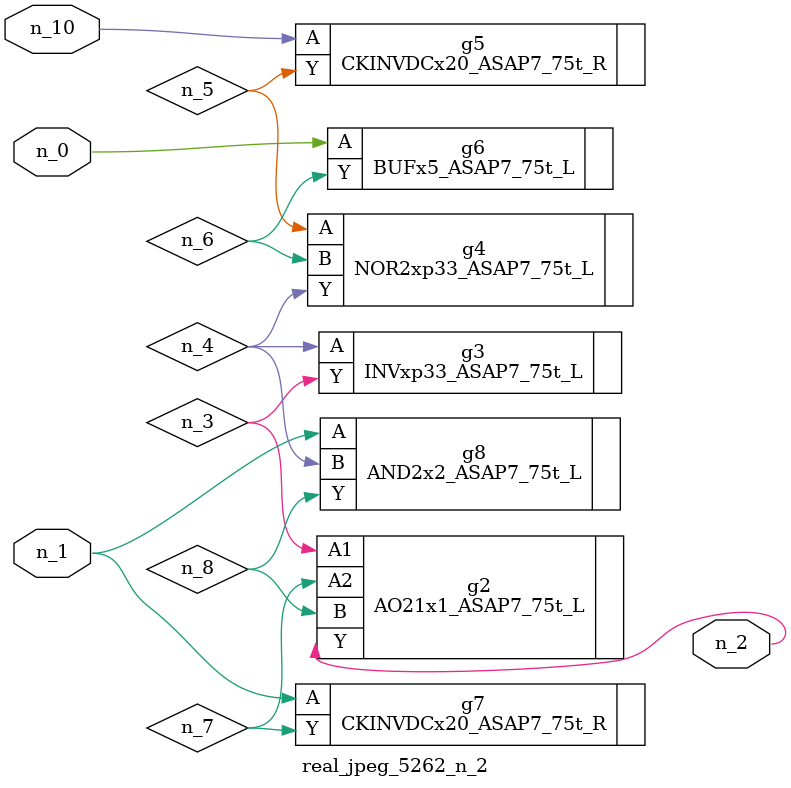
<source format=v>
module real_jpeg_5262_n_2 (n_1, n_10, n_0, n_2);

input n_1;
input n_10;
input n_0;

output n_2;

wire n_5;
wire n_4;
wire n_8;
wire n_6;
wire n_7;
wire n_3;

BUFx5_ASAP7_75t_L g6 ( 
.A(n_0),
.Y(n_6)
);

CKINVDCx20_ASAP7_75t_R g7 ( 
.A(n_1),
.Y(n_7)
);

AND2x2_ASAP7_75t_L g8 ( 
.A(n_1),
.B(n_4),
.Y(n_8)
);

AO21x1_ASAP7_75t_L g2 ( 
.A1(n_3),
.A2(n_7),
.B(n_8),
.Y(n_2)
);

INVxp33_ASAP7_75t_L g3 ( 
.A(n_4),
.Y(n_3)
);

NOR2xp33_ASAP7_75t_L g4 ( 
.A(n_5),
.B(n_6),
.Y(n_4)
);

CKINVDCx20_ASAP7_75t_R g5 ( 
.A(n_10),
.Y(n_5)
);


endmodule
</source>
